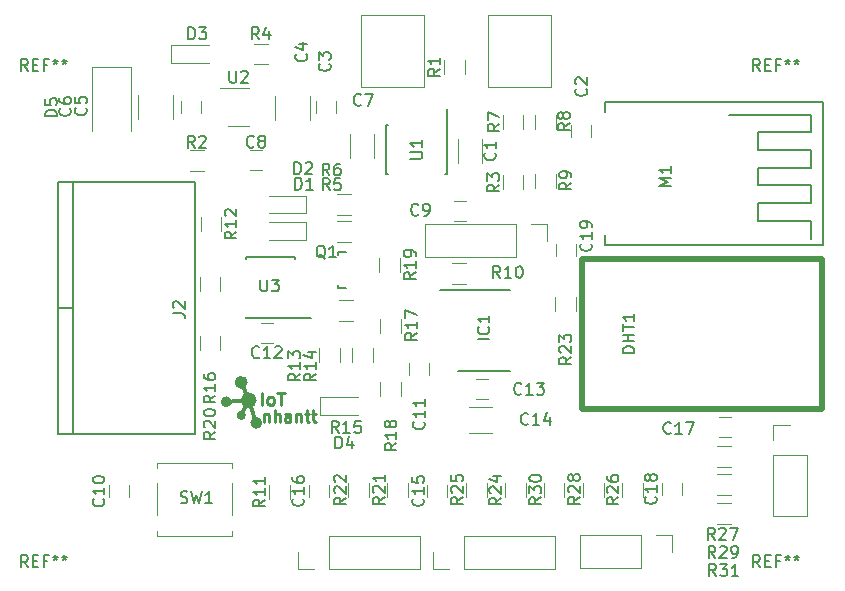
<source format=gto>
G04 #@! TF.FileFunction,Legend,Top*
%FSLAX46Y46*%
G04 Gerber Fmt 4.6, Leading zero omitted, Abs format (unit mm)*
G04 Created by KiCad (PCBNEW 4.0.6) date 01/12/18 15:47:40*
%MOMM*%
%LPD*%
G01*
G04 APERTURE LIST*
%ADD10C,0.100000*%
%ADD11C,0.250000*%
%ADD12C,0.120000*%
%ADD13C,0.150000*%
%ADD14C,0.500000*%
%ADD15C,0.300000*%
%ADD16C,0.600000*%
%ADD17C,0.400000*%
G04 APERTURE END LIST*
D10*
D11*
X122657142Y-103960714D02*
X122657142Y-104627381D01*
X122657142Y-104055952D02*
X122704761Y-104008333D01*
X122799999Y-103960714D01*
X122942857Y-103960714D01*
X123038095Y-104008333D01*
X123085714Y-104103571D01*
X123085714Y-104627381D01*
X123561904Y-104627381D02*
X123561904Y-103627381D01*
X123990476Y-104627381D02*
X123990476Y-104103571D01*
X123942857Y-104008333D01*
X123847619Y-103960714D01*
X123704761Y-103960714D01*
X123609523Y-104008333D01*
X123561904Y-104055952D01*
X124895238Y-104627381D02*
X124895238Y-104103571D01*
X124847619Y-104008333D01*
X124752381Y-103960714D01*
X124561904Y-103960714D01*
X124466666Y-104008333D01*
X124895238Y-104579762D02*
X124800000Y-104627381D01*
X124561904Y-104627381D01*
X124466666Y-104579762D01*
X124419047Y-104484524D01*
X124419047Y-104389286D01*
X124466666Y-104294048D01*
X124561904Y-104246429D01*
X124800000Y-104246429D01*
X124895238Y-104198810D01*
X125371428Y-103960714D02*
X125371428Y-104627381D01*
X125371428Y-104055952D02*
X125419047Y-104008333D01*
X125514285Y-103960714D01*
X125657143Y-103960714D01*
X125752381Y-104008333D01*
X125800000Y-104103571D01*
X125800000Y-104627381D01*
X126133333Y-103960714D02*
X126514285Y-103960714D01*
X126276190Y-103627381D02*
X126276190Y-104484524D01*
X126323809Y-104579762D01*
X126419047Y-104627381D01*
X126514285Y-104627381D01*
X126704762Y-103960714D02*
X127085714Y-103960714D01*
X126847619Y-103627381D02*
X126847619Y-104484524D01*
X126895238Y-104579762D01*
X126990476Y-104627381D01*
X127085714Y-104627381D01*
D12*
X141120000Y-82700000D02*
X141120000Y-80700000D01*
X139080000Y-80700000D02*
X139080000Y-82700000D01*
X148650000Y-79500000D02*
X148650000Y-80500000D01*
X150350000Y-80500000D02*
X150350000Y-79500000D01*
X128750000Y-78500000D02*
X128750000Y-77500000D01*
X127050000Y-77500000D02*
X127050000Y-78500000D01*
X126580000Y-79100000D02*
X126580000Y-77100000D01*
X123620000Y-77100000D02*
X123620000Y-79100000D01*
X117350000Y-78500000D02*
X117350000Y-77500000D01*
X115650000Y-77500000D02*
X115650000Y-78500000D01*
X114980000Y-79000000D02*
X114980000Y-77000000D01*
X112020000Y-77000000D02*
X112020000Y-79000000D01*
X132020000Y-82300000D02*
X132020000Y-80300000D01*
X129980000Y-80300000D02*
X129980000Y-82300000D01*
X121500000Y-83350000D02*
X122500000Y-83350000D01*
X122500000Y-81650000D02*
X121500000Y-81650000D01*
X139765477Y-85950000D02*
X138765477Y-85950000D01*
X138765477Y-87650000D02*
X139765477Y-87650000D01*
X111250000Y-111000000D02*
X111250000Y-110000000D01*
X109550000Y-110000000D02*
X109550000Y-111000000D01*
X136650000Y-100700000D02*
X136650000Y-99700000D01*
X134950000Y-99700000D02*
X134950000Y-100700000D01*
X123400000Y-96250000D02*
X122400000Y-96250000D01*
X122400000Y-97950000D02*
X123400000Y-97950000D01*
X141600000Y-101050000D02*
X140600000Y-101050000D01*
X140600000Y-102750000D02*
X141600000Y-102750000D01*
X142000000Y-105570000D02*
X140000000Y-105570000D01*
X140000000Y-103430000D02*
X142000000Y-103430000D01*
X123050000Y-87750000D02*
X126250000Y-87750000D01*
X126250000Y-89250000D02*
X123050000Y-89250000D01*
X126250000Y-89250000D02*
X126250000Y-87750000D01*
X123050000Y-85500000D02*
X126250000Y-85500000D01*
X126250000Y-87000000D02*
X123050000Y-87000000D01*
X126250000Y-87000000D02*
X126250000Y-85500000D01*
X118000000Y-74250000D02*
X114800000Y-74250000D01*
X114800000Y-72750000D02*
X118000000Y-72750000D01*
X114800000Y-72750000D02*
X114800000Y-74250000D01*
X130600000Y-104050000D02*
X127400000Y-104050000D01*
X127400000Y-102550000D02*
X130600000Y-102550000D01*
X127400000Y-102550000D02*
X127400000Y-104050000D01*
D13*
X139075000Y-100350000D02*
X143525000Y-100350000D01*
X137550000Y-93450000D02*
X143525000Y-93450000D01*
D12*
X146973200Y-76294000D02*
X146973200Y-70198000D01*
X146973200Y-70198000D02*
X141639200Y-70198000D01*
X146973200Y-76294000D02*
X141639200Y-76294000D01*
X141639200Y-76294000D02*
X141639200Y-70198000D01*
D13*
X106400000Y-95000000D02*
X105300000Y-95000000D01*
X106500000Y-84320000D02*
X106500000Y-105680000D01*
X105200000Y-84320000D02*
X105200000Y-105680000D01*
X116800000Y-84320000D02*
X105200000Y-84320000D01*
X105200000Y-105680000D02*
X116800000Y-105680000D01*
X116800000Y-105680000D02*
X116800000Y-84320000D01*
D12*
X136223200Y-76294000D02*
X136223200Y-70198000D01*
X136223200Y-70198000D02*
X130889200Y-70198000D01*
X136223200Y-76294000D02*
X130889200Y-76294000D01*
X130889200Y-76294000D02*
X130889200Y-70198000D01*
X128160000Y-117100000D02*
X135840000Y-117100000D01*
X135840000Y-117100000D02*
X135840000Y-114300000D01*
X135840000Y-114300000D02*
X128160000Y-114300000D01*
X128160000Y-114300000D02*
X128160000Y-117100000D01*
X126890000Y-117100000D02*
X125560000Y-117100000D01*
X125560000Y-117100000D02*
X125560000Y-115700000D01*
X144010000Y-87900000D02*
X136330000Y-87900000D01*
X136330000Y-87900000D02*
X136330000Y-90700000D01*
X136330000Y-90700000D02*
X144010000Y-90700000D01*
X144010000Y-90700000D02*
X144010000Y-87900000D01*
X145280000Y-87900000D02*
X146610000Y-87900000D01*
X146610000Y-87900000D02*
X146610000Y-89300000D01*
D13*
X169000000Y-87635000D02*
X169000000Y-89135000D01*
X164500000Y-87635000D02*
X169000000Y-87635000D01*
X164500000Y-86135000D02*
X164500000Y-87635000D01*
X169000000Y-86135000D02*
X164500000Y-86135000D01*
X169000000Y-84635000D02*
X169000000Y-86135000D01*
X164500000Y-84635000D02*
X169000000Y-84635000D01*
X164500000Y-83135000D02*
X164500000Y-84635000D01*
X169000000Y-83135000D02*
X164500000Y-83135000D01*
X169000000Y-81635000D02*
X169000000Y-83135000D01*
X164500000Y-81635000D02*
X169000000Y-81635000D01*
X164500000Y-80135000D02*
X164500000Y-81635000D01*
X169000000Y-80135000D02*
X164500000Y-80135000D01*
X169000000Y-78635000D02*
X169000000Y-80135000D01*
X162000000Y-78635000D02*
X169000000Y-78635000D01*
X170000000Y-77590000D02*
X170000000Y-89680000D01*
X151500000Y-89675000D02*
X151500000Y-88825000D01*
X151500000Y-89680000D02*
X170000000Y-89680000D01*
X151500000Y-77595000D02*
X151500000Y-78435000D01*
X151500000Y-77590000D02*
X170000000Y-77590000D01*
X128949760Y-90500840D02*
X128949760Y-90549100D01*
X129650800Y-93299820D02*
X128949760Y-93299820D01*
X128949760Y-93299820D02*
X128949760Y-93050900D01*
X128949760Y-90500840D02*
X128949760Y-90300180D01*
X128949760Y-90300180D02*
X129650800Y-90300180D01*
D12*
X139680000Y-74000000D02*
X139680000Y-75200000D01*
X137920000Y-75200000D02*
X137920000Y-74000000D01*
X117600000Y-83380000D02*
X116400000Y-83380000D01*
X116400000Y-81620000D02*
X117600000Y-81620000D01*
X142870000Y-84950000D02*
X142870000Y-83750000D01*
X144630000Y-83750000D02*
X144630000Y-84950000D01*
X123000000Y-74380000D02*
X121800000Y-74380000D01*
X121800000Y-72620000D02*
X123000000Y-72620000D01*
X128850000Y-87620000D02*
X130050000Y-87620000D01*
X130050000Y-89380000D02*
X128850000Y-89380000D01*
X128850000Y-85370000D02*
X130050000Y-85370000D01*
X130050000Y-87130000D02*
X128850000Y-87130000D01*
X142870000Y-79850000D02*
X142870000Y-78650000D01*
X144630000Y-78650000D02*
X144630000Y-79850000D01*
X147380000Y-78650000D02*
X147380000Y-79850000D01*
X145620000Y-79850000D02*
X145620000Y-78650000D01*
X147380000Y-83650000D02*
X147380000Y-84850000D01*
X145620000Y-84850000D02*
X145620000Y-83650000D01*
X138600000Y-91220000D02*
X139800000Y-91220000D01*
X139800000Y-92980000D02*
X138600000Y-92980000D01*
X124880000Y-110000000D02*
X124880000Y-111200000D01*
X123120000Y-111200000D02*
X123120000Y-110000000D01*
X117300000Y-88500000D02*
X117300000Y-87300000D01*
X119060000Y-87300000D02*
X119060000Y-88500000D01*
X129080000Y-98400000D02*
X129080000Y-99600000D01*
X127320000Y-99600000D02*
X127320000Y-98400000D01*
X131880000Y-98400000D02*
X131880000Y-99600000D01*
X130120000Y-99600000D02*
X130120000Y-98400000D01*
X129000000Y-94320000D02*
X130200000Y-94320000D01*
X130200000Y-96080000D02*
X129000000Y-96080000D01*
X117220000Y-93600000D02*
X117220000Y-92400000D01*
X118980000Y-92400000D02*
X118980000Y-93600000D01*
X132470000Y-97100000D02*
X132470000Y-95900000D01*
X134230000Y-95900000D02*
X134230000Y-97100000D01*
X134280000Y-101300000D02*
X134280000Y-102500000D01*
X132520000Y-102500000D02*
X132520000Y-101300000D01*
X134180000Y-90800000D02*
X134180000Y-92000000D01*
X132420000Y-92000000D02*
X132420000Y-90800000D01*
X117220000Y-98600000D02*
X117220000Y-97400000D01*
X118980000Y-97400000D02*
X118980000Y-98600000D01*
X133122500Y-111000000D02*
X133122500Y-109800000D01*
X134882500Y-109800000D02*
X134882500Y-111000000D01*
X129805000Y-111000000D02*
X129805000Y-109800000D01*
X131565000Y-109800000D02*
X131565000Y-111000000D01*
X113650000Y-113850000D02*
X113650000Y-114300000D01*
X113650000Y-114300000D02*
X119950000Y-114300000D01*
X119950000Y-114300000D02*
X119950000Y-113900000D01*
X113650000Y-112550000D02*
X113650000Y-109850000D01*
X119950000Y-109850000D02*
X119950000Y-112550000D01*
X113650000Y-108100000D02*
X119950000Y-108100000D01*
X119950000Y-108100000D02*
X119950000Y-108550000D01*
X113650000Y-108550000D02*
X113650000Y-108100000D01*
D13*
X138175000Y-79525000D02*
X138125000Y-79525000D01*
X138175000Y-83675000D02*
X138030000Y-83675000D01*
X133025000Y-83675000D02*
X133170000Y-83675000D01*
X133025000Y-79525000D02*
X133170000Y-79525000D01*
X138175000Y-79525000D02*
X138175000Y-83675000D01*
X133025000Y-79525000D02*
X133025000Y-83675000D01*
X138125000Y-79525000D02*
X138125000Y-78125000D01*
D12*
X119600000Y-79610000D02*
X121400000Y-79610000D01*
X121400000Y-76390000D02*
X118950000Y-76390000D01*
D13*
X125275000Y-95875000D02*
X125275000Y-95825000D01*
X121125000Y-95875000D02*
X121125000Y-95730000D01*
X121125000Y-90725000D02*
X121125000Y-90870000D01*
X125275000Y-90725000D02*
X125275000Y-90870000D01*
X125275000Y-95875000D02*
X121125000Y-95875000D01*
X125275000Y-90725000D02*
X121125000Y-90725000D01*
X125275000Y-95825000D02*
X126675000Y-95825000D01*
D12*
X111400000Y-74600000D02*
X108100000Y-74600000D01*
X108100000Y-74600000D02*
X108100000Y-80000000D01*
X111400000Y-74600000D02*
X111400000Y-80000000D01*
D14*
X169915000Y-90840000D02*
X149595000Y-90840000D01*
X169915000Y-103540000D02*
X169915000Y-90840000D01*
X149595000Y-103540000D02*
X169915000Y-103540000D01*
X149595000Y-90840000D02*
X149595000Y-103540000D01*
D12*
X139590000Y-117100000D02*
X147270000Y-117100000D01*
X147270000Y-117100000D02*
X147270000Y-114300000D01*
X147270000Y-114300000D02*
X139590000Y-114300000D01*
X139590000Y-114300000D02*
X139590000Y-117100000D01*
X138320000Y-117100000D02*
X136990000Y-117100000D01*
X136990000Y-117100000D02*
X136990000Y-115700000D01*
X154570000Y-114250001D02*
X149430000Y-114250001D01*
X149430000Y-114250001D02*
X149430000Y-117050001D01*
X149430000Y-117050001D02*
X154570000Y-117050001D01*
X154570000Y-116980001D02*
X154570000Y-114320001D01*
X155840000Y-114250001D02*
X157170000Y-114250001D01*
X157170000Y-114250001D02*
X157170000Y-115650001D01*
X165800000Y-107490000D02*
X165800000Y-112630000D01*
X165800000Y-112630000D02*
X168600000Y-112630000D01*
X168600000Y-112630000D02*
X168600000Y-107490000D01*
X168530000Y-107490000D02*
X165870000Y-107490000D01*
X165800000Y-106220000D02*
X165800000Y-104890000D01*
X165800000Y-104890000D02*
X167200000Y-104890000D01*
X149080000Y-94100000D02*
X149080000Y-95300000D01*
X147320000Y-95300000D02*
X147320000Y-94100000D01*
X143075000Y-111000000D02*
X143075000Y-109800000D01*
X144835000Y-109800000D02*
X144835000Y-111000000D01*
X139757500Y-111000000D02*
X139757500Y-109800000D01*
X141517500Y-109800000D02*
X141517500Y-111000000D01*
X154737500Y-109800000D02*
X154737500Y-111000000D01*
X152977500Y-111000000D02*
X152977500Y-109800000D01*
X161000000Y-106670000D02*
X162200000Y-106670000D01*
X162200000Y-108430000D02*
X161000000Y-108430000D01*
X149710000Y-111000000D02*
X149710000Y-109800000D01*
X151470000Y-109800000D02*
X151470000Y-111000000D01*
X162200000Y-110805000D02*
X161000000Y-110805000D01*
X161000000Y-109045000D02*
X162200000Y-109045000D01*
X148102500Y-109800000D02*
X148102500Y-111000000D01*
X146342500Y-111000000D02*
X146342500Y-109800000D01*
X161000000Y-111520000D02*
X162200000Y-111520000D01*
X162200000Y-113280000D02*
X161000000Y-113280000D01*
X136445000Y-110000000D02*
X136445000Y-111000000D01*
X138145000Y-111000000D02*
X138145000Y-110000000D01*
X126492500Y-110000000D02*
X126492500Y-111000000D01*
X128192500Y-111000000D02*
X128192500Y-110000000D01*
X161200000Y-105950000D02*
X162200000Y-105950000D01*
X162200000Y-104250000D02*
X161200000Y-104250000D01*
X156350000Y-109834523D02*
X156350000Y-110834523D01*
X158050000Y-110834523D02*
X158050000Y-109834523D01*
X147350000Y-89600000D02*
X147350000Y-90600000D01*
X149050000Y-90600000D02*
X149050000Y-89600000D01*
D15*
X121375000Y-102825000D02*
X122010000Y-104730000D01*
X121375000Y-102825000D02*
X120740000Y-104095000D01*
X119470000Y-102952000D02*
X121375000Y-102825000D01*
X120740000Y-101301000D02*
X121375000Y-102825000D01*
D16*
X120994000Y-101301000D02*
G75*
G03X120994000Y-101301000I-254000J0D01*
G01*
D17*
X119724000Y-102952000D02*
G75*
G03X119724000Y-102952000I-254000J0D01*
G01*
D16*
X121756000Y-102825000D02*
G75*
G03X121756000Y-102825000I-381000J0D01*
G01*
D14*
X122264000Y-104730000D02*
G75*
G03X122264000Y-104730000I-254000J0D01*
G01*
D17*
X120930500Y-104095000D02*
G75*
G03X120930500Y-104095000I-190500J0D01*
G01*
D13*
X102666667Y-74952381D02*
X102333333Y-74476190D01*
X102095238Y-74952381D02*
X102095238Y-73952381D01*
X102476191Y-73952381D01*
X102571429Y-74000000D01*
X102619048Y-74047619D01*
X102666667Y-74142857D01*
X102666667Y-74285714D01*
X102619048Y-74380952D01*
X102571429Y-74428571D01*
X102476191Y-74476190D01*
X102095238Y-74476190D01*
X103095238Y-74428571D02*
X103428572Y-74428571D01*
X103571429Y-74952381D02*
X103095238Y-74952381D01*
X103095238Y-73952381D01*
X103571429Y-73952381D01*
X104333334Y-74428571D02*
X104000000Y-74428571D01*
X104000000Y-74952381D02*
X104000000Y-73952381D01*
X104476191Y-73952381D01*
X105000000Y-73952381D02*
X105000000Y-74190476D01*
X104761905Y-74095238D02*
X105000000Y-74190476D01*
X105238096Y-74095238D01*
X104857143Y-74380952D02*
X105000000Y-74190476D01*
X105142858Y-74380952D01*
X105761905Y-73952381D02*
X105761905Y-74190476D01*
X105523810Y-74095238D02*
X105761905Y-74190476D01*
X106000001Y-74095238D01*
X105619048Y-74380952D02*
X105761905Y-74190476D01*
X105904763Y-74380952D01*
X164666667Y-74952381D02*
X164333333Y-74476190D01*
X164095238Y-74952381D02*
X164095238Y-73952381D01*
X164476191Y-73952381D01*
X164571429Y-74000000D01*
X164619048Y-74047619D01*
X164666667Y-74142857D01*
X164666667Y-74285714D01*
X164619048Y-74380952D01*
X164571429Y-74428571D01*
X164476191Y-74476190D01*
X164095238Y-74476190D01*
X165095238Y-74428571D02*
X165428572Y-74428571D01*
X165571429Y-74952381D02*
X165095238Y-74952381D01*
X165095238Y-73952381D01*
X165571429Y-73952381D01*
X166333334Y-74428571D02*
X166000000Y-74428571D01*
X166000000Y-74952381D02*
X166000000Y-73952381D01*
X166476191Y-73952381D01*
X167000000Y-73952381D02*
X167000000Y-74190476D01*
X166761905Y-74095238D02*
X167000000Y-74190476D01*
X167238096Y-74095238D01*
X166857143Y-74380952D02*
X167000000Y-74190476D01*
X167142858Y-74380952D01*
X167761905Y-73952381D02*
X167761905Y-74190476D01*
X167523810Y-74095238D02*
X167761905Y-74190476D01*
X168000001Y-74095238D01*
X167619048Y-74380952D02*
X167761905Y-74190476D01*
X167904763Y-74380952D01*
X164666667Y-116952381D02*
X164333333Y-116476190D01*
X164095238Y-116952381D02*
X164095238Y-115952381D01*
X164476191Y-115952381D01*
X164571429Y-116000000D01*
X164619048Y-116047619D01*
X164666667Y-116142857D01*
X164666667Y-116285714D01*
X164619048Y-116380952D01*
X164571429Y-116428571D01*
X164476191Y-116476190D01*
X164095238Y-116476190D01*
X165095238Y-116428571D02*
X165428572Y-116428571D01*
X165571429Y-116952381D02*
X165095238Y-116952381D01*
X165095238Y-115952381D01*
X165571429Y-115952381D01*
X166333334Y-116428571D02*
X166000000Y-116428571D01*
X166000000Y-116952381D02*
X166000000Y-115952381D01*
X166476191Y-115952381D01*
X167000000Y-115952381D02*
X167000000Y-116190476D01*
X166761905Y-116095238D02*
X167000000Y-116190476D01*
X167238096Y-116095238D01*
X166857143Y-116380952D02*
X167000000Y-116190476D01*
X167142858Y-116380952D01*
X167761905Y-115952381D02*
X167761905Y-116190476D01*
X167523810Y-116095238D02*
X167761905Y-116190476D01*
X168000001Y-116095238D01*
X167619048Y-116380952D02*
X167761905Y-116190476D01*
X167904763Y-116380952D01*
X142207143Y-81866666D02*
X142254762Y-81914285D01*
X142302381Y-82057142D01*
X142302381Y-82152380D01*
X142254762Y-82295238D01*
X142159524Y-82390476D01*
X142064286Y-82438095D01*
X141873810Y-82485714D01*
X141730952Y-82485714D01*
X141540476Y-82438095D01*
X141445238Y-82390476D01*
X141350000Y-82295238D01*
X141302381Y-82152380D01*
X141302381Y-82057142D01*
X141350000Y-81914285D01*
X141397619Y-81866666D01*
X142302381Y-80914285D02*
X142302381Y-81485714D01*
X142302381Y-81200000D02*
X141302381Y-81200000D01*
X141445238Y-81295238D01*
X141540476Y-81390476D01*
X141588095Y-81485714D01*
X149932143Y-76441666D02*
X149979762Y-76489285D01*
X150027381Y-76632142D01*
X150027381Y-76727380D01*
X149979762Y-76870238D01*
X149884524Y-76965476D01*
X149789286Y-77013095D01*
X149598810Y-77060714D01*
X149455952Y-77060714D01*
X149265476Y-77013095D01*
X149170238Y-76965476D01*
X149075000Y-76870238D01*
X149027381Y-76727380D01*
X149027381Y-76632142D01*
X149075000Y-76489285D01*
X149122619Y-76441666D01*
X149122619Y-76060714D02*
X149075000Y-76013095D01*
X149027381Y-75917857D01*
X149027381Y-75679761D01*
X149075000Y-75584523D01*
X149122619Y-75536904D01*
X149217857Y-75489285D01*
X149313095Y-75489285D01*
X149455952Y-75536904D01*
X150027381Y-76108333D01*
X150027381Y-75489285D01*
X128207143Y-74316666D02*
X128254762Y-74364285D01*
X128302381Y-74507142D01*
X128302381Y-74602380D01*
X128254762Y-74745238D01*
X128159524Y-74840476D01*
X128064286Y-74888095D01*
X127873810Y-74935714D01*
X127730952Y-74935714D01*
X127540476Y-74888095D01*
X127445238Y-74840476D01*
X127350000Y-74745238D01*
X127302381Y-74602380D01*
X127302381Y-74507142D01*
X127350000Y-74364285D01*
X127397619Y-74316666D01*
X127302381Y-73983333D02*
X127302381Y-73364285D01*
X127683333Y-73697619D01*
X127683333Y-73554761D01*
X127730952Y-73459523D01*
X127778571Y-73411904D01*
X127873810Y-73364285D01*
X128111905Y-73364285D01*
X128207143Y-73411904D01*
X128254762Y-73459523D01*
X128302381Y-73554761D01*
X128302381Y-73840476D01*
X128254762Y-73935714D01*
X128207143Y-73983333D01*
X126232143Y-73516666D02*
X126279762Y-73564285D01*
X126327381Y-73707142D01*
X126327381Y-73802380D01*
X126279762Y-73945238D01*
X126184524Y-74040476D01*
X126089286Y-74088095D01*
X125898810Y-74135714D01*
X125755952Y-74135714D01*
X125565476Y-74088095D01*
X125470238Y-74040476D01*
X125375000Y-73945238D01*
X125327381Y-73802380D01*
X125327381Y-73707142D01*
X125375000Y-73564285D01*
X125422619Y-73516666D01*
X125660714Y-72659523D02*
X126327381Y-72659523D01*
X125279762Y-72897619D02*
X125994048Y-73135714D01*
X125994048Y-72516666D01*
X107557143Y-78066666D02*
X107604762Y-78114285D01*
X107652381Y-78257142D01*
X107652381Y-78352380D01*
X107604762Y-78495238D01*
X107509524Y-78590476D01*
X107414286Y-78638095D01*
X107223810Y-78685714D01*
X107080952Y-78685714D01*
X106890476Y-78638095D01*
X106795238Y-78590476D01*
X106700000Y-78495238D01*
X106652381Y-78352380D01*
X106652381Y-78257142D01*
X106700000Y-78114285D01*
X106747619Y-78066666D01*
X106652381Y-77161904D02*
X106652381Y-77638095D01*
X107128571Y-77685714D01*
X107080952Y-77638095D01*
X107033333Y-77542857D01*
X107033333Y-77304761D01*
X107080952Y-77209523D01*
X107128571Y-77161904D01*
X107223810Y-77114285D01*
X107461905Y-77114285D01*
X107557143Y-77161904D01*
X107604762Y-77209523D01*
X107652381Y-77304761D01*
X107652381Y-77542857D01*
X107604762Y-77638095D01*
X107557143Y-77685714D01*
X106232143Y-78116666D02*
X106279762Y-78164285D01*
X106327381Y-78307142D01*
X106327381Y-78402380D01*
X106279762Y-78545238D01*
X106184524Y-78640476D01*
X106089286Y-78688095D01*
X105898810Y-78735714D01*
X105755952Y-78735714D01*
X105565476Y-78688095D01*
X105470238Y-78640476D01*
X105375000Y-78545238D01*
X105327381Y-78402380D01*
X105327381Y-78307142D01*
X105375000Y-78164285D01*
X105422619Y-78116666D01*
X105327381Y-77259523D02*
X105327381Y-77450000D01*
X105375000Y-77545238D01*
X105422619Y-77592857D01*
X105565476Y-77688095D01*
X105755952Y-77735714D01*
X106136905Y-77735714D01*
X106232143Y-77688095D01*
X106279762Y-77640476D01*
X106327381Y-77545238D01*
X106327381Y-77354761D01*
X106279762Y-77259523D01*
X106232143Y-77211904D01*
X106136905Y-77164285D01*
X105898810Y-77164285D01*
X105803571Y-77211904D01*
X105755952Y-77259523D01*
X105708333Y-77354761D01*
X105708333Y-77545238D01*
X105755952Y-77640476D01*
X105803571Y-77688095D01*
X105898810Y-77735714D01*
X130883334Y-77782143D02*
X130835715Y-77829762D01*
X130692858Y-77877381D01*
X130597620Y-77877381D01*
X130454762Y-77829762D01*
X130359524Y-77734524D01*
X130311905Y-77639286D01*
X130264286Y-77448810D01*
X130264286Y-77305952D01*
X130311905Y-77115476D01*
X130359524Y-77020238D01*
X130454762Y-76925000D01*
X130597620Y-76877381D01*
X130692858Y-76877381D01*
X130835715Y-76925000D01*
X130883334Y-76972619D01*
X131216667Y-76877381D02*
X131883334Y-76877381D01*
X131454762Y-77877381D01*
X121808334Y-81332143D02*
X121760715Y-81379762D01*
X121617858Y-81427381D01*
X121522620Y-81427381D01*
X121379762Y-81379762D01*
X121284524Y-81284524D01*
X121236905Y-81189286D01*
X121189286Y-80998810D01*
X121189286Y-80855952D01*
X121236905Y-80665476D01*
X121284524Y-80570238D01*
X121379762Y-80475000D01*
X121522620Y-80427381D01*
X121617858Y-80427381D01*
X121760715Y-80475000D01*
X121808334Y-80522619D01*
X122379762Y-80855952D02*
X122284524Y-80808333D01*
X122236905Y-80760714D01*
X122189286Y-80665476D01*
X122189286Y-80617857D01*
X122236905Y-80522619D01*
X122284524Y-80475000D01*
X122379762Y-80427381D01*
X122570239Y-80427381D01*
X122665477Y-80475000D01*
X122713096Y-80522619D01*
X122760715Y-80617857D01*
X122760715Y-80665476D01*
X122713096Y-80760714D01*
X122665477Y-80808333D01*
X122570239Y-80855952D01*
X122379762Y-80855952D01*
X122284524Y-80903571D01*
X122236905Y-80951190D01*
X122189286Y-81046429D01*
X122189286Y-81236905D01*
X122236905Y-81332143D01*
X122284524Y-81379762D01*
X122379762Y-81427381D01*
X122570239Y-81427381D01*
X122665477Y-81379762D01*
X122713096Y-81332143D01*
X122760715Y-81236905D01*
X122760715Y-81046429D01*
X122713096Y-80951190D01*
X122665477Y-80903571D01*
X122570239Y-80855952D01*
X135733334Y-87082143D02*
X135685715Y-87129762D01*
X135542858Y-87177381D01*
X135447620Y-87177381D01*
X135304762Y-87129762D01*
X135209524Y-87034524D01*
X135161905Y-86939286D01*
X135114286Y-86748810D01*
X135114286Y-86605952D01*
X135161905Y-86415476D01*
X135209524Y-86320238D01*
X135304762Y-86225000D01*
X135447620Y-86177381D01*
X135542858Y-86177381D01*
X135685715Y-86225000D01*
X135733334Y-86272619D01*
X136209524Y-87177381D02*
X136400000Y-87177381D01*
X136495239Y-87129762D01*
X136542858Y-87082143D01*
X136638096Y-86939286D01*
X136685715Y-86748810D01*
X136685715Y-86367857D01*
X136638096Y-86272619D01*
X136590477Y-86225000D01*
X136495239Y-86177381D01*
X136304762Y-86177381D01*
X136209524Y-86225000D01*
X136161905Y-86272619D01*
X136114286Y-86367857D01*
X136114286Y-86605952D01*
X136161905Y-86701190D01*
X136209524Y-86748810D01*
X136304762Y-86796429D01*
X136495239Y-86796429D01*
X136590477Y-86748810D01*
X136638096Y-86701190D01*
X136685715Y-86605952D01*
X109057143Y-111167857D02*
X109104762Y-111215476D01*
X109152381Y-111358333D01*
X109152381Y-111453571D01*
X109104762Y-111596429D01*
X109009524Y-111691667D01*
X108914286Y-111739286D01*
X108723810Y-111786905D01*
X108580952Y-111786905D01*
X108390476Y-111739286D01*
X108295238Y-111691667D01*
X108200000Y-111596429D01*
X108152381Y-111453571D01*
X108152381Y-111358333D01*
X108200000Y-111215476D01*
X108247619Y-111167857D01*
X109152381Y-110215476D02*
X109152381Y-110786905D01*
X109152381Y-110501191D02*
X108152381Y-110501191D01*
X108295238Y-110596429D01*
X108390476Y-110691667D01*
X108438095Y-110786905D01*
X108152381Y-109596429D02*
X108152381Y-109501190D01*
X108200000Y-109405952D01*
X108247619Y-109358333D01*
X108342857Y-109310714D01*
X108533333Y-109263095D01*
X108771429Y-109263095D01*
X108961905Y-109310714D01*
X109057143Y-109358333D01*
X109104762Y-109405952D01*
X109152381Y-109501190D01*
X109152381Y-109596429D01*
X109104762Y-109691667D01*
X109057143Y-109739286D01*
X108961905Y-109786905D01*
X108771429Y-109834524D01*
X108533333Y-109834524D01*
X108342857Y-109786905D01*
X108247619Y-109739286D01*
X108200000Y-109691667D01*
X108152381Y-109596429D01*
X136182143Y-104642857D02*
X136229762Y-104690476D01*
X136277381Y-104833333D01*
X136277381Y-104928571D01*
X136229762Y-105071429D01*
X136134524Y-105166667D01*
X136039286Y-105214286D01*
X135848810Y-105261905D01*
X135705952Y-105261905D01*
X135515476Y-105214286D01*
X135420238Y-105166667D01*
X135325000Y-105071429D01*
X135277381Y-104928571D01*
X135277381Y-104833333D01*
X135325000Y-104690476D01*
X135372619Y-104642857D01*
X136277381Y-103690476D02*
X136277381Y-104261905D01*
X136277381Y-103976191D02*
X135277381Y-103976191D01*
X135420238Y-104071429D01*
X135515476Y-104166667D01*
X135563095Y-104261905D01*
X136277381Y-102738095D02*
X136277381Y-103309524D01*
X136277381Y-103023810D02*
X135277381Y-103023810D01*
X135420238Y-103119048D01*
X135515476Y-103214286D01*
X135563095Y-103309524D01*
X122257143Y-99157143D02*
X122209524Y-99204762D01*
X122066667Y-99252381D01*
X121971429Y-99252381D01*
X121828571Y-99204762D01*
X121733333Y-99109524D01*
X121685714Y-99014286D01*
X121638095Y-98823810D01*
X121638095Y-98680952D01*
X121685714Y-98490476D01*
X121733333Y-98395238D01*
X121828571Y-98300000D01*
X121971429Y-98252381D01*
X122066667Y-98252381D01*
X122209524Y-98300000D01*
X122257143Y-98347619D01*
X123209524Y-99252381D02*
X122638095Y-99252381D01*
X122923809Y-99252381D02*
X122923809Y-98252381D01*
X122828571Y-98395238D01*
X122733333Y-98490476D01*
X122638095Y-98538095D01*
X123590476Y-98347619D02*
X123638095Y-98300000D01*
X123733333Y-98252381D01*
X123971429Y-98252381D01*
X124066667Y-98300000D01*
X124114286Y-98347619D01*
X124161905Y-98442857D01*
X124161905Y-98538095D01*
X124114286Y-98680952D01*
X123542857Y-99252381D01*
X124161905Y-99252381D01*
X144457143Y-102257143D02*
X144409524Y-102304762D01*
X144266667Y-102352381D01*
X144171429Y-102352381D01*
X144028571Y-102304762D01*
X143933333Y-102209524D01*
X143885714Y-102114286D01*
X143838095Y-101923810D01*
X143838095Y-101780952D01*
X143885714Y-101590476D01*
X143933333Y-101495238D01*
X144028571Y-101400000D01*
X144171429Y-101352381D01*
X144266667Y-101352381D01*
X144409524Y-101400000D01*
X144457143Y-101447619D01*
X145409524Y-102352381D02*
X144838095Y-102352381D01*
X145123809Y-102352381D02*
X145123809Y-101352381D01*
X145028571Y-101495238D01*
X144933333Y-101590476D01*
X144838095Y-101638095D01*
X145742857Y-101352381D02*
X146361905Y-101352381D01*
X146028571Y-101733333D01*
X146171429Y-101733333D01*
X146266667Y-101780952D01*
X146314286Y-101828571D01*
X146361905Y-101923810D01*
X146361905Y-102161905D01*
X146314286Y-102257143D01*
X146266667Y-102304762D01*
X146171429Y-102352381D01*
X145885714Y-102352381D01*
X145790476Y-102304762D01*
X145742857Y-102257143D01*
X145032143Y-104807143D02*
X144984524Y-104854762D01*
X144841667Y-104902381D01*
X144746429Y-104902381D01*
X144603571Y-104854762D01*
X144508333Y-104759524D01*
X144460714Y-104664286D01*
X144413095Y-104473810D01*
X144413095Y-104330952D01*
X144460714Y-104140476D01*
X144508333Y-104045238D01*
X144603571Y-103950000D01*
X144746429Y-103902381D01*
X144841667Y-103902381D01*
X144984524Y-103950000D01*
X145032143Y-103997619D01*
X145984524Y-104902381D02*
X145413095Y-104902381D01*
X145698809Y-104902381D02*
X145698809Y-103902381D01*
X145603571Y-104045238D01*
X145508333Y-104140476D01*
X145413095Y-104188095D01*
X146841667Y-104235714D02*
X146841667Y-104902381D01*
X146603571Y-103854762D02*
X146365476Y-104569048D01*
X146984524Y-104569048D01*
X125311905Y-84977381D02*
X125311905Y-83977381D01*
X125550000Y-83977381D01*
X125692858Y-84025000D01*
X125788096Y-84120238D01*
X125835715Y-84215476D01*
X125883334Y-84405952D01*
X125883334Y-84548810D01*
X125835715Y-84739286D01*
X125788096Y-84834524D01*
X125692858Y-84929762D01*
X125550000Y-84977381D01*
X125311905Y-84977381D01*
X126835715Y-84977381D02*
X126264286Y-84977381D01*
X126550000Y-84977381D02*
X126550000Y-83977381D01*
X126454762Y-84120238D01*
X126359524Y-84215476D01*
X126264286Y-84263095D01*
X125236905Y-83677381D02*
X125236905Y-82677381D01*
X125475000Y-82677381D01*
X125617858Y-82725000D01*
X125713096Y-82820238D01*
X125760715Y-82915476D01*
X125808334Y-83105952D01*
X125808334Y-83248810D01*
X125760715Y-83439286D01*
X125713096Y-83534524D01*
X125617858Y-83629762D01*
X125475000Y-83677381D01*
X125236905Y-83677381D01*
X126189286Y-82772619D02*
X126236905Y-82725000D01*
X126332143Y-82677381D01*
X126570239Y-82677381D01*
X126665477Y-82725000D01*
X126713096Y-82772619D01*
X126760715Y-82867857D01*
X126760715Y-82963095D01*
X126713096Y-83105952D01*
X126141667Y-83677381D01*
X126760715Y-83677381D01*
X116261905Y-72252381D02*
X116261905Y-71252381D01*
X116500000Y-71252381D01*
X116642858Y-71300000D01*
X116738096Y-71395238D01*
X116785715Y-71490476D01*
X116833334Y-71680952D01*
X116833334Y-71823810D01*
X116785715Y-72014286D01*
X116738096Y-72109524D01*
X116642858Y-72204762D01*
X116500000Y-72252381D01*
X116261905Y-72252381D01*
X117166667Y-71252381D02*
X117785715Y-71252381D01*
X117452381Y-71633333D01*
X117595239Y-71633333D01*
X117690477Y-71680952D01*
X117738096Y-71728571D01*
X117785715Y-71823810D01*
X117785715Y-72061905D01*
X117738096Y-72157143D01*
X117690477Y-72204762D01*
X117595239Y-72252381D01*
X117309524Y-72252381D01*
X117214286Y-72204762D01*
X117166667Y-72157143D01*
X128711905Y-106902381D02*
X128711905Y-105902381D01*
X128950000Y-105902381D01*
X129092858Y-105950000D01*
X129188096Y-106045238D01*
X129235715Y-106140476D01*
X129283334Y-106330952D01*
X129283334Y-106473810D01*
X129235715Y-106664286D01*
X129188096Y-106759524D01*
X129092858Y-106854762D01*
X128950000Y-106902381D01*
X128711905Y-106902381D01*
X130140477Y-106235714D02*
X130140477Y-106902381D01*
X129902381Y-105854762D02*
X129664286Y-106569048D01*
X130283334Y-106569048D01*
X141752381Y-97651190D02*
X140752381Y-97651190D01*
X141657143Y-96603571D02*
X141704762Y-96651190D01*
X141752381Y-96794047D01*
X141752381Y-96889285D01*
X141704762Y-97032143D01*
X141609524Y-97127381D01*
X141514286Y-97175000D01*
X141323810Y-97222619D01*
X141180952Y-97222619D01*
X140990476Y-97175000D01*
X140895238Y-97127381D01*
X140800000Y-97032143D01*
X140752381Y-96889285D01*
X140752381Y-96794047D01*
X140800000Y-96651190D01*
X140847619Y-96603571D01*
X141752381Y-95651190D02*
X141752381Y-96222619D01*
X141752381Y-95936905D02*
X140752381Y-95936905D01*
X140895238Y-96032143D01*
X140990476Y-96127381D01*
X141038095Y-96222619D01*
X114952381Y-95433333D02*
X115666667Y-95433333D01*
X115809524Y-95480953D01*
X115904762Y-95576191D01*
X115952381Y-95719048D01*
X115952381Y-95814286D01*
X115047619Y-95004762D02*
X115000000Y-94957143D01*
X114952381Y-94861905D01*
X114952381Y-94623809D01*
X115000000Y-94528571D01*
X115047619Y-94480952D01*
X115142857Y-94433333D01*
X115238095Y-94433333D01*
X115380952Y-94480952D01*
X115952381Y-95052381D01*
X115952381Y-94433333D01*
X157142381Y-84674524D02*
X156142381Y-84674524D01*
X156856667Y-84341190D01*
X156142381Y-84007857D01*
X157142381Y-84007857D01*
X157142381Y-83007857D02*
X157142381Y-83579286D01*
X157142381Y-83293572D02*
X156142381Y-83293572D01*
X156285238Y-83388810D01*
X156380476Y-83484048D01*
X156428095Y-83579286D01*
X127854762Y-90822619D02*
X127759524Y-90775000D01*
X127664286Y-90679762D01*
X127521429Y-90536905D01*
X127426190Y-90489286D01*
X127330952Y-90489286D01*
X127378571Y-90727381D02*
X127283333Y-90679762D01*
X127188095Y-90584524D01*
X127140476Y-90394048D01*
X127140476Y-90060714D01*
X127188095Y-89870238D01*
X127283333Y-89775000D01*
X127378571Y-89727381D01*
X127569048Y-89727381D01*
X127664286Y-89775000D01*
X127759524Y-89870238D01*
X127807143Y-90060714D01*
X127807143Y-90394048D01*
X127759524Y-90584524D01*
X127664286Y-90679762D01*
X127569048Y-90727381D01*
X127378571Y-90727381D01*
X128759524Y-90727381D02*
X128188095Y-90727381D01*
X128473809Y-90727381D02*
X128473809Y-89727381D01*
X128378571Y-89870238D01*
X128283333Y-89965476D01*
X128188095Y-90013095D01*
X137552381Y-74766666D02*
X137076190Y-75100000D01*
X137552381Y-75338095D02*
X136552381Y-75338095D01*
X136552381Y-74957142D01*
X136600000Y-74861904D01*
X136647619Y-74814285D01*
X136742857Y-74766666D01*
X136885714Y-74766666D01*
X136980952Y-74814285D01*
X137028571Y-74861904D01*
X137076190Y-74957142D01*
X137076190Y-75338095D01*
X137552381Y-73814285D02*
X137552381Y-74385714D01*
X137552381Y-74100000D02*
X136552381Y-74100000D01*
X136695238Y-74195238D01*
X136790476Y-74290476D01*
X136838095Y-74385714D01*
X116808334Y-81427381D02*
X116475000Y-80951190D01*
X116236905Y-81427381D02*
X116236905Y-80427381D01*
X116617858Y-80427381D01*
X116713096Y-80475000D01*
X116760715Y-80522619D01*
X116808334Y-80617857D01*
X116808334Y-80760714D01*
X116760715Y-80855952D01*
X116713096Y-80903571D01*
X116617858Y-80951190D01*
X116236905Y-80951190D01*
X117189286Y-80522619D02*
X117236905Y-80475000D01*
X117332143Y-80427381D01*
X117570239Y-80427381D01*
X117665477Y-80475000D01*
X117713096Y-80522619D01*
X117760715Y-80617857D01*
X117760715Y-80713095D01*
X117713096Y-80855952D01*
X117141667Y-81427381D01*
X117760715Y-81427381D01*
X142577381Y-84566666D02*
X142101190Y-84900000D01*
X142577381Y-85138095D02*
X141577381Y-85138095D01*
X141577381Y-84757142D01*
X141625000Y-84661904D01*
X141672619Y-84614285D01*
X141767857Y-84566666D01*
X141910714Y-84566666D01*
X142005952Y-84614285D01*
X142053571Y-84661904D01*
X142101190Y-84757142D01*
X142101190Y-85138095D01*
X141577381Y-84233333D02*
X141577381Y-83614285D01*
X141958333Y-83947619D01*
X141958333Y-83804761D01*
X142005952Y-83709523D01*
X142053571Y-83661904D01*
X142148810Y-83614285D01*
X142386905Y-83614285D01*
X142482143Y-83661904D01*
X142529762Y-83709523D01*
X142577381Y-83804761D01*
X142577381Y-84090476D01*
X142529762Y-84185714D01*
X142482143Y-84233333D01*
X122233334Y-72252381D02*
X121900000Y-71776190D01*
X121661905Y-72252381D02*
X121661905Y-71252381D01*
X122042858Y-71252381D01*
X122138096Y-71300000D01*
X122185715Y-71347619D01*
X122233334Y-71442857D01*
X122233334Y-71585714D01*
X122185715Y-71680952D01*
X122138096Y-71728571D01*
X122042858Y-71776190D01*
X121661905Y-71776190D01*
X123090477Y-71585714D02*
X123090477Y-72252381D01*
X122852381Y-71204762D02*
X122614286Y-71919048D01*
X123233334Y-71919048D01*
X128233334Y-85027381D02*
X127900000Y-84551190D01*
X127661905Y-85027381D02*
X127661905Y-84027381D01*
X128042858Y-84027381D01*
X128138096Y-84075000D01*
X128185715Y-84122619D01*
X128233334Y-84217857D01*
X128233334Y-84360714D01*
X128185715Y-84455952D01*
X128138096Y-84503571D01*
X128042858Y-84551190D01*
X127661905Y-84551190D01*
X129138096Y-84027381D02*
X128661905Y-84027381D01*
X128614286Y-84503571D01*
X128661905Y-84455952D01*
X128757143Y-84408333D01*
X128995239Y-84408333D01*
X129090477Y-84455952D01*
X129138096Y-84503571D01*
X129185715Y-84598810D01*
X129185715Y-84836905D01*
X129138096Y-84932143D01*
X129090477Y-84979762D01*
X128995239Y-85027381D01*
X128757143Y-85027381D01*
X128661905Y-84979762D01*
X128614286Y-84932143D01*
X128208334Y-83777381D02*
X127875000Y-83301190D01*
X127636905Y-83777381D02*
X127636905Y-82777381D01*
X128017858Y-82777381D01*
X128113096Y-82825000D01*
X128160715Y-82872619D01*
X128208334Y-82967857D01*
X128208334Y-83110714D01*
X128160715Y-83205952D01*
X128113096Y-83253571D01*
X128017858Y-83301190D01*
X127636905Y-83301190D01*
X129065477Y-82777381D02*
X128875000Y-82777381D01*
X128779762Y-82825000D01*
X128732143Y-82872619D01*
X128636905Y-83015476D01*
X128589286Y-83205952D01*
X128589286Y-83586905D01*
X128636905Y-83682143D01*
X128684524Y-83729762D01*
X128779762Y-83777381D01*
X128970239Y-83777381D01*
X129065477Y-83729762D01*
X129113096Y-83682143D01*
X129160715Y-83586905D01*
X129160715Y-83348810D01*
X129113096Y-83253571D01*
X129065477Y-83205952D01*
X128970239Y-83158333D01*
X128779762Y-83158333D01*
X128684524Y-83205952D01*
X128636905Y-83253571D01*
X128589286Y-83348810D01*
X142602381Y-79416666D02*
X142126190Y-79750000D01*
X142602381Y-79988095D02*
X141602381Y-79988095D01*
X141602381Y-79607142D01*
X141650000Y-79511904D01*
X141697619Y-79464285D01*
X141792857Y-79416666D01*
X141935714Y-79416666D01*
X142030952Y-79464285D01*
X142078571Y-79511904D01*
X142126190Y-79607142D01*
X142126190Y-79988095D01*
X141602381Y-79083333D02*
X141602381Y-78416666D01*
X142602381Y-78845238D01*
X148552381Y-79366666D02*
X148076190Y-79700000D01*
X148552381Y-79938095D02*
X147552381Y-79938095D01*
X147552381Y-79557142D01*
X147600000Y-79461904D01*
X147647619Y-79414285D01*
X147742857Y-79366666D01*
X147885714Y-79366666D01*
X147980952Y-79414285D01*
X148028571Y-79461904D01*
X148076190Y-79557142D01*
X148076190Y-79938095D01*
X147980952Y-78795238D02*
X147933333Y-78890476D01*
X147885714Y-78938095D01*
X147790476Y-78985714D01*
X147742857Y-78985714D01*
X147647619Y-78938095D01*
X147600000Y-78890476D01*
X147552381Y-78795238D01*
X147552381Y-78604761D01*
X147600000Y-78509523D01*
X147647619Y-78461904D01*
X147742857Y-78414285D01*
X147790476Y-78414285D01*
X147885714Y-78461904D01*
X147933333Y-78509523D01*
X147980952Y-78604761D01*
X147980952Y-78795238D01*
X148028571Y-78890476D01*
X148076190Y-78938095D01*
X148171429Y-78985714D01*
X148361905Y-78985714D01*
X148457143Y-78938095D01*
X148504762Y-78890476D01*
X148552381Y-78795238D01*
X148552381Y-78604761D01*
X148504762Y-78509523D01*
X148457143Y-78461904D01*
X148361905Y-78414285D01*
X148171429Y-78414285D01*
X148076190Y-78461904D01*
X148028571Y-78509523D01*
X147980952Y-78604761D01*
X148677381Y-84391666D02*
X148201190Y-84725000D01*
X148677381Y-84963095D02*
X147677381Y-84963095D01*
X147677381Y-84582142D01*
X147725000Y-84486904D01*
X147772619Y-84439285D01*
X147867857Y-84391666D01*
X148010714Y-84391666D01*
X148105952Y-84439285D01*
X148153571Y-84486904D01*
X148201190Y-84582142D01*
X148201190Y-84963095D01*
X148677381Y-83915476D02*
X148677381Y-83725000D01*
X148629762Y-83629761D01*
X148582143Y-83582142D01*
X148439286Y-83486904D01*
X148248810Y-83439285D01*
X147867857Y-83439285D01*
X147772619Y-83486904D01*
X147725000Y-83534523D01*
X147677381Y-83629761D01*
X147677381Y-83820238D01*
X147725000Y-83915476D01*
X147772619Y-83963095D01*
X147867857Y-84010714D01*
X148105952Y-84010714D01*
X148201190Y-83963095D01*
X148248810Y-83915476D01*
X148296429Y-83820238D01*
X148296429Y-83629761D01*
X148248810Y-83534523D01*
X148201190Y-83486904D01*
X148105952Y-83439285D01*
X142657143Y-92452381D02*
X142323809Y-91976190D01*
X142085714Y-92452381D02*
X142085714Y-91452381D01*
X142466667Y-91452381D01*
X142561905Y-91500000D01*
X142609524Y-91547619D01*
X142657143Y-91642857D01*
X142657143Y-91785714D01*
X142609524Y-91880952D01*
X142561905Y-91928571D01*
X142466667Y-91976190D01*
X142085714Y-91976190D01*
X143609524Y-92452381D02*
X143038095Y-92452381D01*
X143323809Y-92452381D02*
X143323809Y-91452381D01*
X143228571Y-91595238D01*
X143133333Y-91690476D01*
X143038095Y-91738095D01*
X144228571Y-91452381D02*
X144323810Y-91452381D01*
X144419048Y-91500000D01*
X144466667Y-91547619D01*
X144514286Y-91642857D01*
X144561905Y-91833333D01*
X144561905Y-92071429D01*
X144514286Y-92261905D01*
X144466667Y-92357143D01*
X144419048Y-92404762D01*
X144323810Y-92452381D01*
X144228571Y-92452381D01*
X144133333Y-92404762D01*
X144085714Y-92357143D01*
X144038095Y-92261905D01*
X143990476Y-92071429D01*
X143990476Y-91833333D01*
X144038095Y-91642857D01*
X144085714Y-91547619D01*
X144133333Y-91500000D01*
X144228571Y-91452381D01*
X122752381Y-111242857D02*
X122276190Y-111576191D01*
X122752381Y-111814286D02*
X121752381Y-111814286D01*
X121752381Y-111433333D01*
X121800000Y-111338095D01*
X121847619Y-111290476D01*
X121942857Y-111242857D01*
X122085714Y-111242857D01*
X122180952Y-111290476D01*
X122228571Y-111338095D01*
X122276190Y-111433333D01*
X122276190Y-111814286D01*
X122752381Y-110290476D02*
X122752381Y-110861905D01*
X122752381Y-110576191D02*
X121752381Y-110576191D01*
X121895238Y-110671429D01*
X121990476Y-110766667D01*
X122038095Y-110861905D01*
X122752381Y-109338095D02*
X122752381Y-109909524D01*
X122752381Y-109623810D02*
X121752381Y-109623810D01*
X121895238Y-109719048D01*
X121990476Y-109814286D01*
X122038095Y-109909524D01*
X120332381Y-88542857D02*
X119856190Y-88876191D01*
X120332381Y-89114286D02*
X119332381Y-89114286D01*
X119332381Y-88733333D01*
X119380000Y-88638095D01*
X119427619Y-88590476D01*
X119522857Y-88542857D01*
X119665714Y-88542857D01*
X119760952Y-88590476D01*
X119808571Y-88638095D01*
X119856190Y-88733333D01*
X119856190Y-89114286D01*
X120332381Y-87590476D02*
X120332381Y-88161905D01*
X120332381Y-87876191D02*
X119332381Y-87876191D01*
X119475238Y-87971429D01*
X119570476Y-88066667D01*
X119618095Y-88161905D01*
X119427619Y-87209524D02*
X119380000Y-87161905D01*
X119332381Y-87066667D01*
X119332381Y-86828571D01*
X119380000Y-86733333D01*
X119427619Y-86685714D01*
X119522857Y-86638095D01*
X119618095Y-86638095D01*
X119760952Y-86685714D01*
X120332381Y-87257143D01*
X120332381Y-86638095D01*
X125727381Y-100567857D02*
X125251190Y-100901191D01*
X125727381Y-101139286D02*
X124727381Y-101139286D01*
X124727381Y-100758333D01*
X124775000Y-100663095D01*
X124822619Y-100615476D01*
X124917857Y-100567857D01*
X125060714Y-100567857D01*
X125155952Y-100615476D01*
X125203571Y-100663095D01*
X125251190Y-100758333D01*
X125251190Y-101139286D01*
X125727381Y-99615476D02*
X125727381Y-100186905D01*
X125727381Y-99901191D02*
X124727381Y-99901191D01*
X124870238Y-99996429D01*
X124965476Y-100091667D01*
X125013095Y-100186905D01*
X124727381Y-99282143D02*
X124727381Y-98663095D01*
X125108333Y-98996429D01*
X125108333Y-98853571D01*
X125155952Y-98758333D01*
X125203571Y-98710714D01*
X125298810Y-98663095D01*
X125536905Y-98663095D01*
X125632143Y-98710714D01*
X125679762Y-98758333D01*
X125727381Y-98853571D01*
X125727381Y-99139286D01*
X125679762Y-99234524D01*
X125632143Y-99282143D01*
X127052381Y-100567857D02*
X126576190Y-100901191D01*
X127052381Y-101139286D02*
X126052381Y-101139286D01*
X126052381Y-100758333D01*
X126100000Y-100663095D01*
X126147619Y-100615476D01*
X126242857Y-100567857D01*
X126385714Y-100567857D01*
X126480952Y-100615476D01*
X126528571Y-100663095D01*
X126576190Y-100758333D01*
X126576190Y-101139286D01*
X127052381Y-99615476D02*
X127052381Y-100186905D01*
X127052381Y-99901191D02*
X126052381Y-99901191D01*
X126195238Y-99996429D01*
X126290476Y-100091667D01*
X126338095Y-100186905D01*
X126385714Y-98758333D02*
X127052381Y-98758333D01*
X126004762Y-98996429D02*
X126719048Y-99234524D01*
X126719048Y-98615476D01*
X128982143Y-105577381D02*
X128648809Y-105101190D01*
X128410714Y-105577381D02*
X128410714Y-104577381D01*
X128791667Y-104577381D01*
X128886905Y-104625000D01*
X128934524Y-104672619D01*
X128982143Y-104767857D01*
X128982143Y-104910714D01*
X128934524Y-105005952D01*
X128886905Y-105053571D01*
X128791667Y-105101190D01*
X128410714Y-105101190D01*
X129934524Y-105577381D02*
X129363095Y-105577381D01*
X129648809Y-105577381D02*
X129648809Y-104577381D01*
X129553571Y-104720238D01*
X129458333Y-104815476D01*
X129363095Y-104863095D01*
X130839286Y-104577381D02*
X130363095Y-104577381D01*
X130315476Y-105053571D01*
X130363095Y-105005952D01*
X130458333Y-104958333D01*
X130696429Y-104958333D01*
X130791667Y-105005952D01*
X130839286Y-105053571D01*
X130886905Y-105148810D01*
X130886905Y-105386905D01*
X130839286Y-105482143D01*
X130791667Y-105529762D01*
X130696429Y-105577381D01*
X130458333Y-105577381D01*
X130363095Y-105529762D01*
X130315476Y-105482143D01*
X118552381Y-102417857D02*
X118076190Y-102751191D01*
X118552381Y-102989286D02*
X117552381Y-102989286D01*
X117552381Y-102608333D01*
X117600000Y-102513095D01*
X117647619Y-102465476D01*
X117742857Y-102417857D01*
X117885714Y-102417857D01*
X117980952Y-102465476D01*
X118028571Y-102513095D01*
X118076190Y-102608333D01*
X118076190Y-102989286D01*
X118552381Y-101465476D02*
X118552381Y-102036905D01*
X118552381Y-101751191D02*
X117552381Y-101751191D01*
X117695238Y-101846429D01*
X117790476Y-101941667D01*
X117838095Y-102036905D01*
X117552381Y-100608333D02*
X117552381Y-100798810D01*
X117600000Y-100894048D01*
X117647619Y-100941667D01*
X117790476Y-101036905D01*
X117980952Y-101084524D01*
X118361905Y-101084524D01*
X118457143Y-101036905D01*
X118504762Y-100989286D01*
X118552381Y-100894048D01*
X118552381Y-100703571D01*
X118504762Y-100608333D01*
X118457143Y-100560714D01*
X118361905Y-100513095D01*
X118123810Y-100513095D01*
X118028571Y-100560714D01*
X117980952Y-100608333D01*
X117933333Y-100703571D01*
X117933333Y-100894048D01*
X117980952Y-100989286D01*
X118028571Y-101036905D01*
X118123810Y-101084524D01*
X135602381Y-97117857D02*
X135126190Y-97451191D01*
X135602381Y-97689286D02*
X134602381Y-97689286D01*
X134602381Y-97308333D01*
X134650000Y-97213095D01*
X134697619Y-97165476D01*
X134792857Y-97117857D01*
X134935714Y-97117857D01*
X135030952Y-97165476D01*
X135078571Y-97213095D01*
X135126190Y-97308333D01*
X135126190Y-97689286D01*
X135602381Y-96165476D02*
X135602381Y-96736905D01*
X135602381Y-96451191D02*
X134602381Y-96451191D01*
X134745238Y-96546429D01*
X134840476Y-96641667D01*
X134888095Y-96736905D01*
X134602381Y-95832143D02*
X134602381Y-95165476D01*
X135602381Y-95594048D01*
X133877381Y-106442857D02*
X133401190Y-106776191D01*
X133877381Y-107014286D02*
X132877381Y-107014286D01*
X132877381Y-106633333D01*
X132925000Y-106538095D01*
X132972619Y-106490476D01*
X133067857Y-106442857D01*
X133210714Y-106442857D01*
X133305952Y-106490476D01*
X133353571Y-106538095D01*
X133401190Y-106633333D01*
X133401190Y-107014286D01*
X133877381Y-105490476D02*
X133877381Y-106061905D01*
X133877381Y-105776191D02*
X132877381Y-105776191D01*
X133020238Y-105871429D01*
X133115476Y-105966667D01*
X133163095Y-106061905D01*
X133305952Y-104919048D02*
X133258333Y-105014286D01*
X133210714Y-105061905D01*
X133115476Y-105109524D01*
X133067857Y-105109524D01*
X132972619Y-105061905D01*
X132925000Y-105014286D01*
X132877381Y-104919048D01*
X132877381Y-104728571D01*
X132925000Y-104633333D01*
X132972619Y-104585714D01*
X133067857Y-104538095D01*
X133115476Y-104538095D01*
X133210714Y-104585714D01*
X133258333Y-104633333D01*
X133305952Y-104728571D01*
X133305952Y-104919048D01*
X133353571Y-105014286D01*
X133401190Y-105061905D01*
X133496429Y-105109524D01*
X133686905Y-105109524D01*
X133782143Y-105061905D01*
X133829762Y-105014286D01*
X133877381Y-104919048D01*
X133877381Y-104728571D01*
X133829762Y-104633333D01*
X133782143Y-104585714D01*
X133686905Y-104538095D01*
X133496429Y-104538095D01*
X133401190Y-104585714D01*
X133353571Y-104633333D01*
X133305952Y-104728571D01*
X135502381Y-91992857D02*
X135026190Y-92326191D01*
X135502381Y-92564286D02*
X134502381Y-92564286D01*
X134502381Y-92183333D01*
X134550000Y-92088095D01*
X134597619Y-92040476D01*
X134692857Y-91992857D01*
X134835714Y-91992857D01*
X134930952Y-92040476D01*
X134978571Y-92088095D01*
X135026190Y-92183333D01*
X135026190Y-92564286D01*
X135502381Y-91040476D02*
X135502381Y-91611905D01*
X135502381Y-91326191D02*
X134502381Y-91326191D01*
X134645238Y-91421429D01*
X134740476Y-91516667D01*
X134788095Y-91611905D01*
X135502381Y-90564286D02*
X135502381Y-90373810D01*
X135454762Y-90278571D01*
X135407143Y-90230952D01*
X135264286Y-90135714D01*
X135073810Y-90088095D01*
X134692857Y-90088095D01*
X134597619Y-90135714D01*
X134550000Y-90183333D01*
X134502381Y-90278571D01*
X134502381Y-90469048D01*
X134550000Y-90564286D01*
X134597619Y-90611905D01*
X134692857Y-90659524D01*
X134930952Y-90659524D01*
X135026190Y-90611905D01*
X135073810Y-90564286D01*
X135121429Y-90469048D01*
X135121429Y-90278571D01*
X135073810Y-90183333D01*
X135026190Y-90135714D01*
X134930952Y-90088095D01*
X118552381Y-105492857D02*
X118076190Y-105826191D01*
X118552381Y-106064286D02*
X117552381Y-106064286D01*
X117552381Y-105683333D01*
X117600000Y-105588095D01*
X117647619Y-105540476D01*
X117742857Y-105492857D01*
X117885714Y-105492857D01*
X117980952Y-105540476D01*
X118028571Y-105588095D01*
X118076190Y-105683333D01*
X118076190Y-106064286D01*
X117647619Y-105111905D02*
X117600000Y-105064286D01*
X117552381Y-104969048D01*
X117552381Y-104730952D01*
X117600000Y-104635714D01*
X117647619Y-104588095D01*
X117742857Y-104540476D01*
X117838095Y-104540476D01*
X117980952Y-104588095D01*
X118552381Y-105159524D01*
X118552381Y-104540476D01*
X117552381Y-103921429D02*
X117552381Y-103826190D01*
X117600000Y-103730952D01*
X117647619Y-103683333D01*
X117742857Y-103635714D01*
X117933333Y-103588095D01*
X118171429Y-103588095D01*
X118361905Y-103635714D01*
X118457143Y-103683333D01*
X118504762Y-103730952D01*
X118552381Y-103826190D01*
X118552381Y-103921429D01*
X118504762Y-104016667D01*
X118457143Y-104064286D01*
X118361905Y-104111905D01*
X118171429Y-104159524D01*
X117933333Y-104159524D01*
X117742857Y-104111905D01*
X117647619Y-104064286D01*
X117600000Y-104016667D01*
X117552381Y-103921429D01*
X132877381Y-111017857D02*
X132401190Y-111351191D01*
X132877381Y-111589286D02*
X131877381Y-111589286D01*
X131877381Y-111208333D01*
X131925000Y-111113095D01*
X131972619Y-111065476D01*
X132067857Y-111017857D01*
X132210714Y-111017857D01*
X132305952Y-111065476D01*
X132353571Y-111113095D01*
X132401190Y-111208333D01*
X132401190Y-111589286D01*
X131972619Y-110636905D02*
X131925000Y-110589286D01*
X131877381Y-110494048D01*
X131877381Y-110255952D01*
X131925000Y-110160714D01*
X131972619Y-110113095D01*
X132067857Y-110065476D01*
X132163095Y-110065476D01*
X132305952Y-110113095D01*
X132877381Y-110684524D01*
X132877381Y-110065476D01*
X132877381Y-109113095D02*
X132877381Y-109684524D01*
X132877381Y-109398810D02*
X131877381Y-109398810D01*
X132020238Y-109494048D01*
X132115476Y-109589286D01*
X132163095Y-109684524D01*
X129602381Y-111067857D02*
X129126190Y-111401191D01*
X129602381Y-111639286D02*
X128602381Y-111639286D01*
X128602381Y-111258333D01*
X128650000Y-111163095D01*
X128697619Y-111115476D01*
X128792857Y-111067857D01*
X128935714Y-111067857D01*
X129030952Y-111115476D01*
X129078571Y-111163095D01*
X129126190Y-111258333D01*
X129126190Y-111639286D01*
X128697619Y-110686905D02*
X128650000Y-110639286D01*
X128602381Y-110544048D01*
X128602381Y-110305952D01*
X128650000Y-110210714D01*
X128697619Y-110163095D01*
X128792857Y-110115476D01*
X128888095Y-110115476D01*
X129030952Y-110163095D01*
X129602381Y-110734524D01*
X129602381Y-110115476D01*
X128697619Y-109734524D02*
X128650000Y-109686905D01*
X128602381Y-109591667D01*
X128602381Y-109353571D01*
X128650000Y-109258333D01*
X128697619Y-109210714D01*
X128792857Y-109163095D01*
X128888095Y-109163095D01*
X129030952Y-109210714D01*
X129602381Y-109782143D01*
X129602381Y-109163095D01*
X115616667Y-111479762D02*
X115759524Y-111527381D01*
X115997620Y-111527381D01*
X116092858Y-111479762D01*
X116140477Y-111432143D01*
X116188096Y-111336905D01*
X116188096Y-111241667D01*
X116140477Y-111146429D01*
X116092858Y-111098810D01*
X115997620Y-111051190D01*
X115807143Y-111003571D01*
X115711905Y-110955952D01*
X115664286Y-110908333D01*
X115616667Y-110813095D01*
X115616667Y-110717857D01*
X115664286Y-110622619D01*
X115711905Y-110575000D01*
X115807143Y-110527381D01*
X116045239Y-110527381D01*
X116188096Y-110575000D01*
X116521429Y-110527381D02*
X116759524Y-111527381D01*
X116950001Y-110813095D01*
X117140477Y-111527381D01*
X117378572Y-110527381D01*
X118283334Y-111527381D02*
X117711905Y-111527381D01*
X117997619Y-111527381D02*
X117997619Y-110527381D01*
X117902381Y-110670238D01*
X117807143Y-110765476D01*
X117711905Y-110813095D01*
X135052381Y-82361905D02*
X135861905Y-82361905D01*
X135957143Y-82314286D01*
X136004762Y-82266667D01*
X136052381Y-82171429D01*
X136052381Y-81980952D01*
X136004762Y-81885714D01*
X135957143Y-81838095D01*
X135861905Y-81790476D01*
X135052381Y-81790476D01*
X136052381Y-80790476D02*
X136052381Y-81361905D01*
X136052381Y-81076191D02*
X135052381Y-81076191D01*
X135195238Y-81171429D01*
X135290476Y-81266667D01*
X135338095Y-81361905D01*
X119738095Y-74927381D02*
X119738095Y-75736905D01*
X119785714Y-75832143D01*
X119833333Y-75879762D01*
X119928571Y-75927381D01*
X120119048Y-75927381D01*
X120214286Y-75879762D01*
X120261905Y-75832143D01*
X120309524Y-75736905D01*
X120309524Y-74927381D01*
X120738095Y-75022619D02*
X120785714Y-74975000D01*
X120880952Y-74927381D01*
X121119048Y-74927381D01*
X121214286Y-74975000D01*
X121261905Y-75022619D01*
X121309524Y-75117857D01*
X121309524Y-75213095D01*
X121261905Y-75355952D01*
X120690476Y-75927381D01*
X121309524Y-75927381D01*
X122363095Y-92602381D02*
X122363095Y-93411905D01*
X122410714Y-93507143D01*
X122458333Y-93554762D01*
X122553571Y-93602381D01*
X122744048Y-93602381D01*
X122839286Y-93554762D01*
X122886905Y-93507143D01*
X122934524Y-93411905D01*
X122934524Y-92602381D01*
X123315476Y-92602381D02*
X123934524Y-92602381D01*
X123601190Y-92983333D01*
X123744048Y-92983333D01*
X123839286Y-93030952D01*
X123886905Y-93078571D01*
X123934524Y-93173810D01*
X123934524Y-93411905D01*
X123886905Y-93507143D01*
X123839286Y-93554762D01*
X123744048Y-93602381D01*
X123458333Y-93602381D01*
X123363095Y-93554762D01*
X123315476Y-93507143D01*
X102666667Y-116952381D02*
X102333333Y-116476190D01*
X102095238Y-116952381D02*
X102095238Y-115952381D01*
X102476191Y-115952381D01*
X102571429Y-116000000D01*
X102619048Y-116047619D01*
X102666667Y-116142857D01*
X102666667Y-116285714D01*
X102619048Y-116380952D01*
X102571429Y-116428571D01*
X102476191Y-116476190D01*
X102095238Y-116476190D01*
X103095238Y-116428571D02*
X103428572Y-116428571D01*
X103571429Y-116952381D02*
X103095238Y-116952381D01*
X103095238Y-115952381D01*
X103571429Y-115952381D01*
X104333334Y-116428571D02*
X104000000Y-116428571D01*
X104000000Y-116952381D02*
X104000000Y-115952381D01*
X104476191Y-115952381D01*
X105000000Y-115952381D02*
X105000000Y-116190476D01*
X104761905Y-116095238D02*
X105000000Y-116190476D01*
X105238096Y-116095238D01*
X104857143Y-116380952D02*
X105000000Y-116190476D01*
X105142858Y-116380952D01*
X105761905Y-115952381D02*
X105761905Y-116190476D01*
X105523810Y-116095238D02*
X105761905Y-116190476D01*
X106000001Y-116095238D01*
X105619048Y-116380952D02*
X105761905Y-116190476D01*
X105904763Y-116380952D01*
X105127381Y-78788095D02*
X104127381Y-78788095D01*
X104127381Y-78550000D01*
X104175000Y-78407142D01*
X104270238Y-78311904D01*
X104365476Y-78264285D01*
X104555952Y-78216666D01*
X104698810Y-78216666D01*
X104889286Y-78264285D01*
X104984524Y-78311904D01*
X105079762Y-78407142D01*
X105127381Y-78550000D01*
X105127381Y-78788095D01*
X104127381Y-77311904D02*
X104127381Y-77788095D01*
X104603571Y-77835714D01*
X104555952Y-77788095D01*
X104508333Y-77692857D01*
X104508333Y-77454761D01*
X104555952Y-77359523D01*
X104603571Y-77311904D01*
X104698810Y-77264285D01*
X104936905Y-77264285D01*
X105032143Y-77311904D01*
X105079762Y-77359523D01*
X105127381Y-77454761D01*
X105127381Y-77692857D01*
X105079762Y-77788095D01*
X105032143Y-77835714D01*
X154027381Y-98832857D02*
X153027381Y-98832857D01*
X153027381Y-98594762D01*
X153075000Y-98451904D01*
X153170238Y-98356666D01*
X153265476Y-98309047D01*
X153455952Y-98261428D01*
X153598810Y-98261428D01*
X153789286Y-98309047D01*
X153884524Y-98356666D01*
X153979762Y-98451904D01*
X154027381Y-98594762D01*
X154027381Y-98832857D01*
X154027381Y-97832857D02*
X153027381Y-97832857D01*
X153503571Y-97832857D02*
X153503571Y-97261428D01*
X154027381Y-97261428D02*
X153027381Y-97261428D01*
X153027381Y-96928095D02*
X153027381Y-96356666D01*
X154027381Y-96642381D02*
X153027381Y-96642381D01*
X154027381Y-95499523D02*
X154027381Y-96070952D01*
X154027381Y-95785238D02*
X153027381Y-95785238D01*
X153170238Y-95880476D01*
X153265476Y-95975714D01*
X153313095Y-96070952D01*
X148677381Y-99167857D02*
X148201190Y-99501191D01*
X148677381Y-99739286D02*
X147677381Y-99739286D01*
X147677381Y-99358333D01*
X147725000Y-99263095D01*
X147772619Y-99215476D01*
X147867857Y-99167857D01*
X148010714Y-99167857D01*
X148105952Y-99215476D01*
X148153571Y-99263095D01*
X148201190Y-99358333D01*
X148201190Y-99739286D01*
X147772619Y-98786905D02*
X147725000Y-98739286D01*
X147677381Y-98644048D01*
X147677381Y-98405952D01*
X147725000Y-98310714D01*
X147772619Y-98263095D01*
X147867857Y-98215476D01*
X147963095Y-98215476D01*
X148105952Y-98263095D01*
X148677381Y-98834524D01*
X148677381Y-98215476D01*
X147677381Y-97882143D02*
X147677381Y-97263095D01*
X148058333Y-97596429D01*
X148058333Y-97453571D01*
X148105952Y-97358333D01*
X148153571Y-97310714D01*
X148248810Y-97263095D01*
X148486905Y-97263095D01*
X148582143Y-97310714D01*
X148629762Y-97358333D01*
X148677381Y-97453571D01*
X148677381Y-97739286D01*
X148629762Y-97834524D01*
X148582143Y-97882143D01*
X142752381Y-111067857D02*
X142276190Y-111401191D01*
X142752381Y-111639286D02*
X141752381Y-111639286D01*
X141752381Y-111258333D01*
X141800000Y-111163095D01*
X141847619Y-111115476D01*
X141942857Y-111067857D01*
X142085714Y-111067857D01*
X142180952Y-111115476D01*
X142228571Y-111163095D01*
X142276190Y-111258333D01*
X142276190Y-111639286D01*
X141847619Y-110686905D02*
X141800000Y-110639286D01*
X141752381Y-110544048D01*
X141752381Y-110305952D01*
X141800000Y-110210714D01*
X141847619Y-110163095D01*
X141942857Y-110115476D01*
X142038095Y-110115476D01*
X142180952Y-110163095D01*
X142752381Y-110734524D01*
X142752381Y-110115476D01*
X142085714Y-109258333D02*
X142752381Y-109258333D01*
X141704762Y-109496429D02*
X142419048Y-109734524D01*
X142419048Y-109115476D01*
X139502381Y-111017857D02*
X139026190Y-111351191D01*
X139502381Y-111589286D02*
X138502381Y-111589286D01*
X138502381Y-111208333D01*
X138550000Y-111113095D01*
X138597619Y-111065476D01*
X138692857Y-111017857D01*
X138835714Y-111017857D01*
X138930952Y-111065476D01*
X138978571Y-111113095D01*
X139026190Y-111208333D01*
X139026190Y-111589286D01*
X138597619Y-110636905D02*
X138550000Y-110589286D01*
X138502381Y-110494048D01*
X138502381Y-110255952D01*
X138550000Y-110160714D01*
X138597619Y-110113095D01*
X138692857Y-110065476D01*
X138788095Y-110065476D01*
X138930952Y-110113095D01*
X139502381Y-110684524D01*
X139502381Y-110065476D01*
X138502381Y-109160714D02*
X138502381Y-109636905D01*
X138978571Y-109684524D01*
X138930952Y-109636905D01*
X138883333Y-109541667D01*
X138883333Y-109303571D01*
X138930952Y-109208333D01*
X138978571Y-109160714D01*
X139073810Y-109113095D01*
X139311905Y-109113095D01*
X139407143Y-109160714D01*
X139454762Y-109208333D01*
X139502381Y-109303571D01*
X139502381Y-109541667D01*
X139454762Y-109636905D01*
X139407143Y-109684524D01*
X152677381Y-111042857D02*
X152201190Y-111376191D01*
X152677381Y-111614286D02*
X151677381Y-111614286D01*
X151677381Y-111233333D01*
X151725000Y-111138095D01*
X151772619Y-111090476D01*
X151867857Y-111042857D01*
X152010714Y-111042857D01*
X152105952Y-111090476D01*
X152153571Y-111138095D01*
X152201190Y-111233333D01*
X152201190Y-111614286D01*
X151772619Y-110661905D02*
X151725000Y-110614286D01*
X151677381Y-110519048D01*
X151677381Y-110280952D01*
X151725000Y-110185714D01*
X151772619Y-110138095D01*
X151867857Y-110090476D01*
X151963095Y-110090476D01*
X152105952Y-110138095D01*
X152677381Y-110709524D01*
X152677381Y-110090476D01*
X151677381Y-109233333D02*
X151677381Y-109423810D01*
X151725000Y-109519048D01*
X151772619Y-109566667D01*
X151915476Y-109661905D01*
X152105952Y-109709524D01*
X152486905Y-109709524D01*
X152582143Y-109661905D01*
X152629762Y-109614286D01*
X152677381Y-109519048D01*
X152677381Y-109328571D01*
X152629762Y-109233333D01*
X152582143Y-109185714D01*
X152486905Y-109138095D01*
X152248810Y-109138095D01*
X152153571Y-109185714D01*
X152105952Y-109233333D01*
X152058333Y-109328571D01*
X152058333Y-109519048D01*
X152105952Y-109614286D01*
X152153571Y-109661905D01*
X152248810Y-109709524D01*
X160832143Y-114627381D02*
X160498809Y-114151190D01*
X160260714Y-114627381D02*
X160260714Y-113627381D01*
X160641667Y-113627381D01*
X160736905Y-113675000D01*
X160784524Y-113722619D01*
X160832143Y-113817857D01*
X160832143Y-113960714D01*
X160784524Y-114055952D01*
X160736905Y-114103571D01*
X160641667Y-114151190D01*
X160260714Y-114151190D01*
X161213095Y-113722619D02*
X161260714Y-113675000D01*
X161355952Y-113627381D01*
X161594048Y-113627381D01*
X161689286Y-113675000D01*
X161736905Y-113722619D01*
X161784524Y-113817857D01*
X161784524Y-113913095D01*
X161736905Y-114055952D01*
X161165476Y-114627381D01*
X161784524Y-114627381D01*
X162117857Y-113627381D02*
X162784524Y-113627381D01*
X162355952Y-114627381D01*
X149427381Y-110992857D02*
X148951190Y-111326191D01*
X149427381Y-111564286D02*
X148427381Y-111564286D01*
X148427381Y-111183333D01*
X148475000Y-111088095D01*
X148522619Y-111040476D01*
X148617857Y-110992857D01*
X148760714Y-110992857D01*
X148855952Y-111040476D01*
X148903571Y-111088095D01*
X148951190Y-111183333D01*
X148951190Y-111564286D01*
X148522619Y-110611905D02*
X148475000Y-110564286D01*
X148427381Y-110469048D01*
X148427381Y-110230952D01*
X148475000Y-110135714D01*
X148522619Y-110088095D01*
X148617857Y-110040476D01*
X148713095Y-110040476D01*
X148855952Y-110088095D01*
X149427381Y-110659524D01*
X149427381Y-110040476D01*
X148855952Y-109469048D02*
X148808333Y-109564286D01*
X148760714Y-109611905D01*
X148665476Y-109659524D01*
X148617857Y-109659524D01*
X148522619Y-109611905D01*
X148475000Y-109564286D01*
X148427381Y-109469048D01*
X148427381Y-109278571D01*
X148475000Y-109183333D01*
X148522619Y-109135714D01*
X148617857Y-109088095D01*
X148665476Y-109088095D01*
X148760714Y-109135714D01*
X148808333Y-109183333D01*
X148855952Y-109278571D01*
X148855952Y-109469048D01*
X148903571Y-109564286D01*
X148951190Y-109611905D01*
X149046429Y-109659524D01*
X149236905Y-109659524D01*
X149332143Y-109611905D01*
X149379762Y-109564286D01*
X149427381Y-109469048D01*
X149427381Y-109278571D01*
X149379762Y-109183333D01*
X149332143Y-109135714D01*
X149236905Y-109088095D01*
X149046429Y-109088095D01*
X148951190Y-109135714D01*
X148903571Y-109183333D01*
X148855952Y-109278571D01*
X160882143Y-116177381D02*
X160548809Y-115701190D01*
X160310714Y-116177381D02*
X160310714Y-115177381D01*
X160691667Y-115177381D01*
X160786905Y-115225000D01*
X160834524Y-115272619D01*
X160882143Y-115367857D01*
X160882143Y-115510714D01*
X160834524Y-115605952D01*
X160786905Y-115653571D01*
X160691667Y-115701190D01*
X160310714Y-115701190D01*
X161263095Y-115272619D02*
X161310714Y-115225000D01*
X161405952Y-115177381D01*
X161644048Y-115177381D01*
X161739286Y-115225000D01*
X161786905Y-115272619D01*
X161834524Y-115367857D01*
X161834524Y-115463095D01*
X161786905Y-115605952D01*
X161215476Y-116177381D01*
X161834524Y-116177381D01*
X162310714Y-116177381D02*
X162501190Y-116177381D01*
X162596429Y-116129762D01*
X162644048Y-116082143D01*
X162739286Y-115939286D01*
X162786905Y-115748810D01*
X162786905Y-115367857D01*
X162739286Y-115272619D01*
X162691667Y-115225000D01*
X162596429Y-115177381D01*
X162405952Y-115177381D01*
X162310714Y-115225000D01*
X162263095Y-115272619D01*
X162215476Y-115367857D01*
X162215476Y-115605952D01*
X162263095Y-115701190D01*
X162310714Y-115748810D01*
X162405952Y-115796429D01*
X162596429Y-115796429D01*
X162691667Y-115748810D01*
X162739286Y-115701190D01*
X162786905Y-115605952D01*
X146127381Y-111042857D02*
X145651190Y-111376191D01*
X146127381Y-111614286D02*
X145127381Y-111614286D01*
X145127381Y-111233333D01*
X145175000Y-111138095D01*
X145222619Y-111090476D01*
X145317857Y-111042857D01*
X145460714Y-111042857D01*
X145555952Y-111090476D01*
X145603571Y-111138095D01*
X145651190Y-111233333D01*
X145651190Y-111614286D01*
X145127381Y-110709524D02*
X145127381Y-110090476D01*
X145508333Y-110423810D01*
X145508333Y-110280952D01*
X145555952Y-110185714D01*
X145603571Y-110138095D01*
X145698810Y-110090476D01*
X145936905Y-110090476D01*
X146032143Y-110138095D01*
X146079762Y-110185714D01*
X146127381Y-110280952D01*
X146127381Y-110566667D01*
X146079762Y-110661905D01*
X146032143Y-110709524D01*
X145127381Y-109471429D02*
X145127381Y-109376190D01*
X145175000Y-109280952D01*
X145222619Y-109233333D01*
X145317857Y-109185714D01*
X145508333Y-109138095D01*
X145746429Y-109138095D01*
X145936905Y-109185714D01*
X146032143Y-109233333D01*
X146079762Y-109280952D01*
X146127381Y-109376190D01*
X146127381Y-109471429D01*
X146079762Y-109566667D01*
X146032143Y-109614286D01*
X145936905Y-109661905D01*
X145746429Y-109709524D01*
X145508333Y-109709524D01*
X145317857Y-109661905D01*
X145222619Y-109614286D01*
X145175000Y-109566667D01*
X145127381Y-109471429D01*
X160932143Y-117702381D02*
X160598809Y-117226190D01*
X160360714Y-117702381D02*
X160360714Y-116702381D01*
X160741667Y-116702381D01*
X160836905Y-116750000D01*
X160884524Y-116797619D01*
X160932143Y-116892857D01*
X160932143Y-117035714D01*
X160884524Y-117130952D01*
X160836905Y-117178571D01*
X160741667Y-117226190D01*
X160360714Y-117226190D01*
X161265476Y-116702381D02*
X161884524Y-116702381D01*
X161551190Y-117083333D01*
X161694048Y-117083333D01*
X161789286Y-117130952D01*
X161836905Y-117178571D01*
X161884524Y-117273810D01*
X161884524Y-117511905D01*
X161836905Y-117607143D01*
X161789286Y-117654762D01*
X161694048Y-117702381D01*
X161408333Y-117702381D01*
X161313095Y-117654762D01*
X161265476Y-117607143D01*
X162836905Y-117702381D02*
X162265476Y-117702381D01*
X162551190Y-117702381D02*
X162551190Y-116702381D01*
X162455952Y-116845238D01*
X162360714Y-116940476D01*
X162265476Y-116988095D01*
X136107143Y-111142857D02*
X136154762Y-111190476D01*
X136202381Y-111333333D01*
X136202381Y-111428571D01*
X136154762Y-111571429D01*
X136059524Y-111666667D01*
X135964286Y-111714286D01*
X135773810Y-111761905D01*
X135630952Y-111761905D01*
X135440476Y-111714286D01*
X135345238Y-111666667D01*
X135250000Y-111571429D01*
X135202381Y-111428571D01*
X135202381Y-111333333D01*
X135250000Y-111190476D01*
X135297619Y-111142857D01*
X136202381Y-110190476D02*
X136202381Y-110761905D01*
X136202381Y-110476191D02*
X135202381Y-110476191D01*
X135345238Y-110571429D01*
X135440476Y-110666667D01*
X135488095Y-110761905D01*
X135202381Y-109285714D02*
X135202381Y-109761905D01*
X135678571Y-109809524D01*
X135630952Y-109761905D01*
X135583333Y-109666667D01*
X135583333Y-109428571D01*
X135630952Y-109333333D01*
X135678571Y-109285714D01*
X135773810Y-109238095D01*
X136011905Y-109238095D01*
X136107143Y-109285714D01*
X136154762Y-109333333D01*
X136202381Y-109428571D01*
X136202381Y-109666667D01*
X136154762Y-109761905D01*
X136107143Y-109809524D01*
X125949643Y-111142857D02*
X125997262Y-111190476D01*
X126044881Y-111333333D01*
X126044881Y-111428571D01*
X125997262Y-111571429D01*
X125902024Y-111666667D01*
X125806786Y-111714286D01*
X125616310Y-111761905D01*
X125473452Y-111761905D01*
X125282976Y-111714286D01*
X125187738Y-111666667D01*
X125092500Y-111571429D01*
X125044881Y-111428571D01*
X125044881Y-111333333D01*
X125092500Y-111190476D01*
X125140119Y-111142857D01*
X126044881Y-110190476D02*
X126044881Y-110761905D01*
X126044881Y-110476191D02*
X125044881Y-110476191D01*
X125187738Y-110571429D01*
X125282976Y-110666667D01*
X125330595Y-110761905D01*
X125044881Y-109333333D02*
X125044881Y-109523810D01*
X125092500Y-109619048D01*
X125140119Y-109666667D01*
X125282976Y-109761905D01*
X125473452Y-109809524D01*
X125854405Y-109809524D01*
X125949643Y-109761905D01*
X125997262Y-109714286D01*
X126044881Y-109619048D01*
X126044881Y-109428571D01*
X125997262Y-109333333D01*
X125949643Y-109285714D01*
X125854405Y-109238095D01*
X125616310Y-109238095D01*
X125521071Y-109285714D01*
X125473452Y-109333333D01*
X125425833Y-109428571D01*
X125425833Y-109619048D01*
X125473452Y-109714286D01*
X125521071Y-109761905D01*
X125616310Y-109809524D01*
X157107143Y-105582143D02*
X157059524Y-105629762D01*
X156916667Y-105677381D01*
X156821429Y-105677381D01*
X156678571Y-105629762D01*
X156583333Y-105534524D01*
X156535714Y-105439286D01*
X156488095Y-105248810D01*
X156488095Y-105105952D01*
X156535714Y-104915476D01*
X156583333Y-104820238D01*
X156678571Y-104725000D01*
X156821429Y-104677381D01*
X156916667Y-104677381D01*
X157059524Y-104725000D01*
X157107143Y-104772619D01*
X158059524Y-105677381D02*
X157488095Y-105677381D01*
X157773809Y-105677381D02*
X157773809Y-104677381D01*
X157678571Y-104820238D01*
X157583333Y-104915476D01*
X157488095Y-104963095D01*
X158392857Y-104677381D02*
X159059524Y-104677381D01*
X158630952Y-105677381D01*
X155807143Y-110977380D02*
X155854762Y-111024999D01*
X155902381Y-111167856D01*
X155902381Y-111263094D01*
X155854762Y-111405952D01*
X155759524Y-111501190D01*
X155664286Y-111548809D01*
X155473810Y-111596428D01*
X155330952Y-111596428D01*
X155140476Y-111548809D01*
X155045238Y-111501190D01*
X154950000Y-111405952D01*
X154902381Y-111263094D01*
X154902381Y-111167856D01*
X154950000Y-111024999D01*
X154997619Y-110977380D01*
X155902381Y-110024999D02*
X155902381Y-110596428D01*
X155902381Y-110310714D02*
X154902381Y-110310714D01*
X155045238Y-110405952D01*
X155140476Y-110501190D01*
X155188095Y-110596428D01*
X155330952Y-109453571D02*
X155283333Y-109548809D01*
X155235714Y-109596428D01*
X155140476Y-109644047D01*
X155092857Y-109644047D01*
X154997619Y-109596428D01*
X154950000Y-109548809D01*
X154902381Y-109453571D01*
X154902381Y-109263094D01*
X154950000Y-109167856D01*
X154997619Y-109120237D01*
X155092857Y-109072618D01*
X155140476Y-109072618D01*
X155235714Y-109120237D01*
X155283333Y-109167856D01*
X155330952Y-109263094D01*
X155330952Y-109453571D01*
X155378571Y-109548809D01*
X155426190Y-109596428D01*
X155521429Y-109644047D01*
X155711905Y-109644047D01*
X155807143Y-109596428D01*
X155854762Y-109548809D01*
X155902381Y-109453571D01*
X155902381Y-109263094D01*
X155854762Y-109167856D01*
X155807143Y-109120237D01*
X155711905Y-109072618D01*
X155521429Y-109072618D01*
X155426190Y-109120237D01*
X155378571Y-109167856D01*
X155330952Y-109263094D01*
X150332143Y-89567857D02*
X150379762Y-89615476D01*
X150427381Y-89758333D01*
X150427381Y-89853571D01*
X150379762Y-89996429D01*
X150284524Y-90091667D01*
X150189286Y-90139286D01*
X149998810Y-90186905D01*
X149855952Y-90186905D01*
X149665476Y-90139286D01*
X149570238Y-90091667D01*
X149475000Y-89996429D01*
X149427381Y-89853571D01*
X149427381Y-89758333D01*
X149475000Y-89615476D01*
X149522619Y-89567857D01*
X150427381Y-88615476D02*
X150427381Y-89186905D01*
X150427381Y-88901191D02*
X149427381Y-88901191D01*
X149570238Y-88996429D01*
X149665476Y-89091667D01*
X149713095Y-89186905D01*
X150427381Y-88139286D02*
X150427381Y-87948810D01*
X150379762Y-87853571D01*
X150332143Y-87805952D01*
X150189286Y-87710714D01*
X149998810Y-87663095D01*
X149617857Y-87663095D01*
X149522619Y-87710714D01*
X149475000Y-87758333D01*
X149427381Y-87853571D01*
X149427381Y-88044048D01*
X149475000Y-88139286D01*
X149522619Y-88186905D01*
X149617857Y-88234524D01*
X149855952Y-88234524D01*
X149951190Y-88186905D01*
X149998810Y-88139286D01*
X150046429Y-88044048D01*
X150046429Y-87853571D01*
X149998810Y-87758333D01*
X149951190Y-87710714D01*
X149855952Y-87663095D01*
D11*
X122503266Y-103201181D02*
X122503266Y-102201181D01*
X123155743Y-103201181D02*
X123055362Y-103153562D01*
X123005171Y-103105943D01*
X122954981Y-103010705D01*
X122954981Y-102724990D01*
X123005171Y-102629752D01*
X123055362Y-102582133D01*
X123155743Y-102534514D01*
X123306314Y-102534514D01*
X123406695Y-102582133D01*
X123456886Y-102629752D01*
X123507076Y-102724990D01*
X123507076Y-103010705D01*
X123456886Y-103105943D01*
X123406695Y-103153562D01*
X123306314Y-103201181D01*
X123155743Y-103201181D01*
X123808219Y-102201181D02*
X124410505Y-102201181D01*
X124109362Y-103201181D02*
X124109362Y-102201181D01*
M02*

</source>
